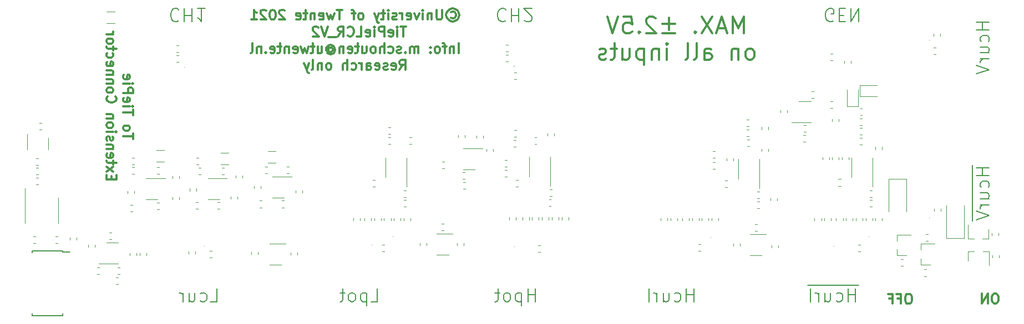
<source format=gbr>
G04 #@! TF.GenerationSoftware,KiCad,Pcbnew,(5.1.5)-3*
G04 #@! TF.CreationDate,2021-03-25T21:43:08+01:00*
G04 #@! TF.ProjectId,tiepieLCR,74696570-6965-44c4-9352-2e6b69636164,rev?*
G04 #@! TF.SameCoordinates,Original*
G04 #@! TF.FileFunction,Legend,Bot*
G04 #@! TF.FilePolarity,Positive*
%FSLAX46Y46*%
G04 Gerber Fmt 4.6, Leading zero omitted, Abs format (unit mm)*
G04 Created by KiCad (PCBNEW (5.1.5)-3) date 2021-03-25 21:43:08*
%MOMM*%
%LPD*%
G04 APERTURE LIST*
%ADD10C,0.300000*%
%ADD11C,0.150000*%
%ADD12C,0.120000*%
%ADD13C,0.100000*%
G04 APERTURE END LIST*
D10*
X99938095Y-5855952D02*
X99938095Y-3355952D01*
X99104761Y-5141666D01*
X98271428Y-3355952D01*
X98271428Y-5855952D01*
X97200000Y-5141666D02*
X96009523Y-5141666D01*
X97438095Y-5855952D02*
X96604761Y-3355952D01*
X95771428Y-5855952D01*
X95176190Y-3355952D02*
X93509523Y-5855952D01*
X93509523Y-3355952D02*
X95176190Y-5855952D01*
X92557142Y-5617857D02*
X92438095Y-5736904D01*
X92557142Y-5855952D01*
X92676190Y-5736904D01*
X92557142Y-5617857D01*
X92557142Y-5855952D01*
X89461904Y-4427380D02*
X87557142Y-4427380D01*
X88509523Y-5379761D02*
X88509523Y-3475000D01*
X87557142Y-5855952D02*
X89461904Y-5855952D01*
X86485714Y-3594047D02*
X86366666Y-3475000D01*
X86128571Y-3355952D01*
X85533333Y-3355952D01*
X85295238Y-3475000D01*
X85176190Y-3594047D01*
X85057142Y-3832142D01*
X85057142Y-4070238D01*
X85176190Y-4427380D01*
X86604761Y-5855952D01*
X85057142Y-5855952D01*
X83985714Y-5617857D02*
X83866666Y-5736904D01*
X83985714Y-5855952D01*
X84104761Y-5736904D01*
X83985714Y-5617857D01*
X83985714Y-5855952D01*
X81604761Y-3355952D02*
X82795238Y-3355952D01*
X82914285Y-4546428D01*
X82795238Y-4427380D01*
X82557142Y-4308333D01*
X81961904Y-4308333D01*
X81723809Y-4427380D01*
X81604761Y-4546428D01*
X81485714Y-4784523D01*
X81485714Y-5379761D01*
X81604761Y-5617857D01*
X81723809Y-5736904D01*
X81961904Y-5855952D01*
X82557142Y-5855952D01*
X82795238Y-5736904D01*
X82914285Y-5617857D01*
X80771428Y-3355952D02*
X79938095Y-5855952D01*
X79104761Y-3355952D01*
X101069047Y-9905952D02*
X101307142Y-9786904D01*
X101426190Y-9667857D01*
X101545238Y-9429761D01*
X101545238Y-8715476D01*
X101426190Y-8477380D01*
X101307142Y-8358333D01*
X101069047Y-8239285D01*
X100711904Y-8239285D01*
X100473809Y-8358333D01*
X100354761Y-8477380D01*
X100235714Y-8715476D01*
X100235714Y-9429761D01*
X100354761Y-9667857D01*
X100473809Y-9786904D01*
X100711904Y-9905952D01*
X101069047Y-9905952D01*
X99164285Y-8239285D02*
X99164285Y-9905952D01*
X99164285Y-8477380D02*
X99045238Y-8358333D01*
X98807142Y-8239285D01*
X98450000Y-8239285D01*
X98211904Y-8358333D01*
X98092857Y-8596428D01*
X98092857Y-9905952D01*
X93926190Y-9905952D02*
X93926190Y-8596428D01*
X94045238Y-8358333D01*
X94283333Y-8239285D01*
X94759523Y-8239285D01*
X94997619Y-8358333D01*
X93926190Y-9786904D02*
X94164285Y-9905952D01*
X94759523Y-9905952D01*
X94997619Y-9786904D01*
X95116666Y-9548809D01*
X95116666Y-9310714D01*
X94997619Y-9072619D01*
X94759523Y-8953571D01*
X94164285Y-8953571D01*
X93926190Y-8834523D01*
X92378571Y-9905952D02*
X92616666Y-9786904D01*
X92735714Y-9548809D01*
X92735714Y-7405952D01*
X91069047Y-9905952D02*
X91307142Y-9786904D01*
X91426190Y-9548809D01*
X91426190Y-7405952D01*
X88211904Y-9905952D02*
X88211904Y-8239285D01*
X88211904Y-7405952D02*
X88330952Y-7525000D01*
X88211904Y-7644047D01*
X88092857Y-7525000D01*
X88211904Y-7405952D01*
X88211904Y-7644047D01*
X87021428Y-8239285D02*
X87021428Y-9905952D01*
X87021428Y-8477380D02*
X86902380Y-8358333D01*
X86664285Y-8239285D01*
X86307142Y-8239285D01*
X86069047Y-8358333D01*
X85950000Y-8596428D01*
X85950000Y-9905952D01*
X84759523Y-8239285D02*
X84759523Y-10739285D01*
X84759523Y-8358333D02*
X84521428Y-8239285D01*
X84045238Y-8239285D01*
X83807142Y-8358333D01*
X83688095Y-8477380D01*
X83569047Y-8715476D01*
X83569047Y-9429761D01*
X83688095Y-9667857D01*
X83807142Y-9786904D01*
X84045238Y-9905952D01*
X84521428Y-9905952D01*
X84759523Y-9786904D01*
X81426190Y-8239285D02*
X81426190Y-9905952D01*
X82497619Y-8239285D02*
X82497619Y-9548809D01*
X82378571Y-9786904D01*
X82140476Y-9905952D01*
X81783333Y-9905952D01*
X81545238Y-9786904D01*
X81426190Y-9667857D01*
X80592857Y-8239285D02*
X79640476Y-8239285D01*
X80235714Y-7405952D02*
X80235714Y-9548809D01*
X80116666Y-9786904D01*
X79878571Y-9905952D01*
X79640476Y-9905952D01*
X78926190Y-9786904D02*
X78688095Y-9905952D01*
X78211904Y-9905952D01*
X77973809Y-9786904D01*
X77854761Y-9548809D01*
X77854761Y-9429761D01*
X77973809Y-9191666D01*
X78211904Y-9072619D01*
X78569047Y-9072619D01*
X78807142Y-8953571D01*
X78926190Y-8715476D01*
X78926190Y-8596428D01*
X78807142Y-8358333D01*
X78569047Y-8239285D01*
X78211904Y-8239285D01*
X77973809Y-8358333D01*
X55257142Y-2660714D02*
X55400000Y-2589285D01*
X55685714Y-2589285D01*
X55828571Y-2660714D01*
X55971428Y-2803571D01*
X56042857Y-2946428D01*
X56042857Y-3232142D01*
X55971428Y-3375000D01*
X55828571Y-3517857D01*
X55685714Y-3589285D01*
X55400000Y-3589285D01*
X55257142Y-3517857D01*
X55542857Y-2089285D02*
X55900000Y-2160714D01*
X56257142Y-2375000D01*
X56471428Y-2732142D01*
X56542857Y-3089285D01*
X56471428Y-3446428D01*
X56257142Y-3803571D01*
X55900000Y-4017857D01*
X55542857Y-4089285D01*
X55185714Y-4017857D01*
X54828571Y-3803571D01*
X54614285Y-3446428D01*
X54542857Y-3089285D01*
X54614285Y-2732142D01*
X54828571Y-2375000D01*
X55185714Y-2160714D01*
X55542857Y-2089285D01*
X53900000Y-2303571D02*
X53900000Y-3517857D01*
X53828571Y-3660714D01*
X53757142Y-3732142D01*
X53614285Y-3803571D01*
X53328571Y-3803571D01*
X53185714Y-3732142D01*
X53114285Y-3660714D01*
X53042857Y-3517857D01*
X53042857Y-2303571D01*
X52328571Y-2803571D02*
X52328571Y-3803571D01*
X52328571Y-2946428D02*
X52257142Y-2875000D01*
X52114285Y-2803571D01*
X51900000Y-2803571D01*
X51757142Y-2875000D01*
X51685714Y-3017857D01*
X51685714Y-3803571D01*
X50971428Y-3803571D02*
X50971428Y-2803571D01*
X50971428Y-2303571D02*
X51042857Y-2375000D01*
X50971428Y-2446428D01*
X50900000Y-2375000D01*
X50971428Y-2303571D01*
X50971428Y-2446428D01*
X50400000Y-2803571D02*
X50042857Y-3803571D01*
X49685714Y-2803571D01*
X48542857Y-3732142D02*
X48685714Y-3803571D01*
X48971428Y-3803571D01*
X49114285Y-3732142D01*
X49185714Y-3589285D01*
X49185714Y-3017857D01*
X49114285Y-2875000D01*
X48971428Y-2803571D01*
X48685714Y-2803571D01*
X48542857Y-2875000D01*
X48471428Y-3017857D01*
X48471428Y-3160714D01*
X49185714Y-3303571D01*
X47828571Y-3803571D02*
X47828571Y-2803571D01*
X47828571Y-3089285D02*
X47757142Y-2946428D01*
X47685714Y-2875000D01*
X47542857Y-2803571D01*
X47400000Y-2803571D01*
X46971428Y-3732142D02*
X46828571Y-3803571D01*
X46542857Y-3803571D01*
X46400000Y-3732142D01*
X46328571Y-3589285D01*
X46328571Y-3517857D01*
X46400000Y-3375000D01*
X46542857Y-3303571D01*
X46757142Y-3303571D01*
X46900000Y-3232142D01*
X46971428Y-3089285D01*
X46971428Y-3017857D01*
X46900000Y-2875000D01*
X46757142Y-2803571D01*
X46542857Y-2803571D01*
X46400000Y-2875000D01*
X45685714Y-3803571D02*
X45685714Y-2803571D01*
X45685714Y-2303571D02*
X45757142Y-2375000D01*
X45685714Y-2446428D01*
X45614285Y-2375000D01*
X45685714Y-2303571D01*
X45685714Y-2446428D01*
X45185714Y-2803571D02*
X44614285Y-2803571D01*
X44971428Y-2303571D02*
X44971428Y-3589285D01*
X44900000Y-3732142D01*
X44757142Y-3803571D01*
X44614285Y-3803571D01*
X44257142Y-2803571D02*
X43900000Y-3803571D01*
X43542857Y-2803571D02*
X43900000Y-3803571D01*
X44042857Y-4160714D01*
X44114285Y-4232142D01*
X44257142Y-4303571D01*
X41614285Y-3803571D02*
X41757142Y-3732142D01*
X41828571Y-3660714D01*
X41900000Y-3517857D01*
X41900000Y-3089285D01*
X41828571Y-2946428D01*
X41757142Y-2875000D01*
X41614285Y-2803571D01*
X41400000Y-2803571D01*
X41257142Y-2875000D01*
X41185714Y-2946428D01*
X41114285Y-3089285D01*
X41114285Y-3517857D01*
X41185714Y-3660714D01*
X41257142Y-3732142D01*
X41400000Y-3803571D01*
X41614285Y-3803571D01*
X40685714Y-2803571D02*
X40114285Y-2803571D01*
X40471428Y-3803571D02*
X40471428Y-2517857D01*
X40400000Y-2375000D01*
X40257142Y-2303571D01*
X40114285Y-2303571D01*
X38685714Y-2303571D02*
X37828571Y-2303571D01*
X38257142Y-3803571D02*
X38257142Y-2303571D01*
X37471428Y-2803571D02*
X37185714Y-3803571D01*
X36900000Y-3089285D01*
X36614285Y-3803571D01*
X36328571Y-2803571D01*
X35185714Y-3732142D02*
X35328571Y-3803571D01*
X35614285Y-3803571D01*
X35757142Y-3732142D01*
X35828571Y-3589285D01*
X35828571Y-3017857D01*
X35757142Y-2875000D01*
X35614285Y-2803571D01*
X35328571Y-2803571D01*
X35185714Y-2875000D01*
X35114285Y-3017857D01*
X35114285Y-3160714D01*
X35828571Y-3303571D01*
X34471428Y-2803571D02*
X34471428Y-3803571D01*
X34471428Y-2946428D02*
X34400000Y-2875000D01*
X34257142Y-2803571D01*
X34042857Y-2803571D01*
X33900000Y-2875000D01*
X33828571Y-3017857D01*
X33828571Y-3803571D01*
X33328571Y-2803571D02*
X32757142Y-2803571D01*
X33114285Y-2303571D02*
X33114285Y-3589285D01*
X33042857Y-3732142D01*
X32900000Y-3803571D01*
X32757142Y-3803571D01*
X31685714Y-3732142D02*
X31828571Y-3803571D01*
X32114285Y-3803571D01*
X32257142Y-3732142D01*
X32328571Y-3589285D01*
X32328571Y-3017857D01*
X32257142Y-2875000D01*
X32114285Y-2803571D01*
X31828571Y-2803571D01*
X31685714Y-2875000D01*
X31614285Y-3017857D01*
X31614285Y-3160714D01*
X32328571Y-3303571D01*
X29900000Y-2446428D02*
X29828571Y-2375000D01*
X29685714Y-2303571D01*
X29328571Y-2303571D01*
X29185714Y-2375000D01*
X29114285Y-2446428D01*
X29042857Y-2589285D01*
X29042857Y-2732142D01*
X29114285Y-2946428D01*
X29971428Y-3803571D01*
X29042857Y-3803571D01*
X28114285Y-2303571D02*
X27971428Y-2303571D01*
X27828571Y-2375000D01*
X27757142Y-2446428D01*
X27685714Y-2589285D01*
X27614285Y-2875000D01*
X27614285Y-3232142D01*
X27685714Y-3517857D01*
X27757142Y-3660714D01*
X27828571Y-3732142D01*
X27971428Y-3803571D01*
X28114285Y-3803571D01*
X28257142Y-3732142D01*
X28328571Y-3660714D01*
X28400000Y-3517857D01*
X28471428Y-3232142D01*
X28471428Y-2875000D01*
X28400000Y-2589285D01*
X28328571Y-2446428D01*
X28257142Y-2375000D01*
X28114285Y-2303571D01*
X27042857Y-2446428D02*
X26971428Y-2375000D01*
X26828571Y-2303571D01*
X26471428Y-2303571D01*
X26328571Y-2375000D01*
X26257142Y-2446428D01*
X26185714Y-2589285D01*
X26185714Y-2732142D01*
X26257142Y-2946428D01*
X27114285Y-3803571D01*
X26185714Y-3803571D01*
X24757142Y-3803571D02*
X25614285Y-3803571D01*
X25185714Y-3803571D02*
X25185714Y-2303571D01*
X25328571Y-2517857D01*
X25471428Y-2660714D01*
X25614285Y-2732142D01*
X48435714Y-4853571D02*
X47578571Y-4853571D01*
X48007142Y-6353571D02*
X48007142Y-4853571D01*
X47078571Y-6353571D02*
X47078571Y-5353571D01*
X47078571Y-4853571D02*
X47150000Y-4925000D01*
X47078571Y-4996428D01*
X47007142Y-4925000D01*
X47078571Y-4853571D01*
X47078571Y-4996428D01*
X45792857Y-6282142D02*
X45935714Y-6353571D01*
X46221428Y-6353571D01*
X46364285Y-6282142D01*
X46435714Y-6139285D01*
X46435714Y-5567857D01*
X46364285Y-5425000D01*
X46221428Y-5353571D01*
X45935714Y-5353571D01*
X45792857Y-5425000D01*
X45721428Y-5567857D01*
X45721428Y-5710714D01*
X46435714Y-5853571D01*
X45078571Y-6353571D02*
X45078571Y-4853571D01*
X44507142Y-4853571D01*
X44364285Y-4925000D01*
X44292857Y-4996428D01*
X44221428Y-5139285D01*
X44221428Y-5353571D01*
X44292857Y-5496428D01*
X44364285Y-5567857D01*
X44507142Y-5639285D01*
X45078571Y-5639285D01*
X43578571Y-6353571D02*
X43578571Y-5353571D01*
X43578571Y-4853571D02*
X43650000Y-4925000D01*
X43578571Y-4996428D01*
X43507142Y-4925000D01*
X43578571Y-4853571D01*
X43578571Y-4996428D01*
X42292857Y-6282142D02*
X42435714Y-6353571D01*
X42721428Y-6353571D01*
X42864285Y-6282142D01*
X42935714Y-6139285D01*
X42935714Y-5567857D01*
X42864285Y-5425000D01*
X42721428Y-5353571D01*
X42435714Y-5353571D01*
X42292857Y-5425000D01*
X42221428Y-5567857D01*
X42221428Y-5710714D01*
X42935714Y-5853571D01*
X40864285Y-6353571D02*
X41578571Y-6353571D01*
X41578571Y-4853571D01*
X39507142Y-6210714D02*
X39578571Y-6282142D01*
X39792857Y-6353571D01*
X39935714Y-6353571D01*
X40150000Y-6282142D01*
X40292857Y-6139285D01*
X40364285Y-5996428D01*
X40435714Y-5710714D01*
X40435714Y-5496428D01*
X40364285Y-5210714D01*
X40292857Y-5067857D01*
X40150000Y-4925000D01*
X39935714Y-4853571D01*
X39792857Y-4853571D01*
X39578571Y-4925000D01*
X39507142Y-4996428D01*
X38007142Y-6353571D02*
X38507142Y-5639285D01*
X38864285Y-6353571D02*
X38864285Y-4853571D01*
X38292857Y-4853571D01*
X38150000Y-4925000D01*
X38078571Y-4996428D01*
X38007142Y-5139285D01*
X38007142Y-5353571D01*
X38078571Y-5496428D01*
X38150000Y-5567857D01*
X38292857Y-5639285D01*
X38864285Y-5639285D01*
X37721428Y-6496428D02*
X36578571Y-6496428D01*
X36435714Y-4853571D02*
X35935714Y-6353571D01*
X35435714Y-4853571D01*
X35007142Y-4996428D02*
X34935714Y-4925000D01*
X34792857Y-4853571D01*
X34435714Y-4853571D01*
X34292857Y-4925000D01*
X34221428Y-4996428D01*
X34150000Y-5139285D01*
X34150000Y-5282142D01*
X34221428Y-5496428D01*
X35078571Y-6353571D01*
X34150000Y-6353571D01*
X56435714Y-8903571D02*
X56435714Y-7403571D01*
X55721428Y-7903571D02*
X55721428Y-8903571D01*
X55721428Y-8046428D02*
X55650000Y-7975000D01*
X55507142Y-7903571D01*
X55292857Y-7903571D01*
X55150000Y-7975000D01*
X55078571Y-8117857D01*
X55078571Y-8903571D01*
X54578571Y-7903571D02*
X54007142Y-7903571D01*
X54364285Y-8903571D02*
X54364285Y-7617857D01*
X54292857Y-7475000D01*
X54150000Y-7403571D01*
X54007142Y-7403571D01*
X53292857Y-8903571D02*
X53435714Y-8832142D01*
X53507142Y-8760714D01*
X53578571Y-8617857D01*
X53578571Y-8189285D01*
X53507142Y-8046428D01*
X53435714Y-7975000D01*
X53292857Y-7903571D01*
X53078571Y-7903571D01*
X52935714Y-7975000D01*
X52864285Y-8046428D01*
X52792857Y-8189285D01*
X52792857Y-8617857D01*
X52864285Y-8760714D01*
X52935714Y-8832142D01*
X53078571Y-8903571D01*
X53292857Y-8903571D01*
X52150000Y-8760714D02*
X52078571Y-8832142D01*
X52150000Y-8903571D01*
X52221428Y-8832142D01*
X52150000Y-8760714D01*
X52150000Y-8903571D01*
X52150000Y-7975000D02*
X52078571Y-8046428D01*
X52150000Y-8117857D01*
X52221428Y-8046428D01*
X52150000Y-7975000D01*
X52150000Y-8117857D01*
X50292857Y-8903571D02*
X50292857Y-7903571D01*
X50292857Y-8046428D02*
X50221428Y-7975000D01*
X50078571Y-7903571D01*
X49864285Y-7903571D01*
X49721428Y-7975000D01*
X49650000Y-8117857D01*
X49650000Y-8903571D01*
X49650000Y-8117857D02*
X49578571Y-7975000D01*
X49435714Y-7903571D01*
X49221428Y-7903571D01*
X49078571Y-7975000D01*
X49007142Y-8117857D01*
X49007142Y-8903571D01*
X48292857Y-8760714D02*
X48221428Y-8832142D01*
X48292857Y-8903571D01*
X48364285Y-8832142D01*
X48292857Y-8760714D01*
X48292857Y-8903571D01*
X47650000Y-8832142D02*
X47507142Y-8903571D01*
X47221428Y-8903571D01*
X47078571Y-8832142D01*
X47007142Y-8689285D01*
X47007142Y-8617857D01*
X47078571Y-8475000D01*
X47221428Y-8403571D01*
X47435714Y-8403571D01*
X47578571Y-8332142D01*
X47650000Y-8189285D01*
X47650000Y-8117857D01*
X47578571Y-7975000D01*
X47435714Y-7903571D01*
X47221428Y-7903571D01*
X47078571Y-7975000D01*
X45721428Y-8832142D02*
X45864285Y-8903571D01*
X46150000Y-8903571D01*
X46292857Y-8832142D01*
X46364285Y-8760714D01*
X46435714Y-8617857D01*
X46435714Y-8189285D01*
X46364285Y-8046428D01*
X46292857Y-7975000D01*
X46150000Y-7903571D01*
X45864285Y-7903571D01*
X45721428Y-7975000D01*
X45078571Y-8903571D02*
X45078571Y-7403571D01*
X44435714Y-8903571D02*
X44435714Y-8117857D01*
X44507142Y-7975000D01*
X44650000Y-7903571D01*
X44864285Y-7903571D01*
X45007142Y-7975000D01*
X45078571Y-8046428D01*
X43507142Y-8903571D02*
X43650000Y-8832142D01*
X43721428Y-8760714D01*
X43792857Y-8617857D01*
X43792857Y-8189285D01*
X43721428Y-8046428D01*
X43650000Y-7975000D01*
X43507142Y-7903571D01*
X43292857Y-7903571D01*
X43150000Y-7975000D01*
X43078571Y-8046428D01*
X43007142Y-8189285D01*
X43007142Y-8617857D01*
X43078571Y-8760714D01*
X43150000Y-8832142D01*
X43292857Y-8903571D01*
X43507142Y-8903571D01*
X41721428Y-7903571D02*
X41721428Y-8903571D01*
X42364285Y-7903571D02*
X42364285Y-8689285D01*
X42292857Y-8832142D01*
X42150000Y-8903571D01*
X41935714Y-8903571D01*
X41792857Y-8832142D01*
X41721428Y-8760714D01*
X41221428Y-7903571D02*
X40650000Y-7903571D01*
X41007142Y-7403571D02*
X41007142Y-8689285D01*
X40935714Y-8832142D01*
X40792857Y-8903571D01*
X40650000Y-8903571D01*
X39578571Y-8832142D02*
X39721428Y-8903571D01*
X40007142Y-8903571D01*
X40150000Y-8832142D01*
X40221428Y-8689285D01*
X40221428Y-8117857D01*
X40150000Y-7975000D01*
X40007142Y-7903571D01*
X39721428Y-7903571D01*
X39578571Y-7975000D01*
X39507142Y-8117857D01*
X39507142Y-8260714D01*
X40221428Y-8403571D01*
X38864285Y-7903571D02*
X38864285Y-8903571D01*
X38864285Y-8046428D02*
X38792857Y-7975000D01*
X38650000Y-7903571D01*
X38435714Y-7903571D01*
X38292857Y-7975000D01*
X38221428Y-8117857D01*
X38221428Y-8903571D01*
X36578571Y-8189285D02*
X36650000Y-8117857D01*
X36792857Y-8046428D01*
X36935714Y-8046428D01*
X37078571Y-8117857D01*
X37150000Y-8189285D01*
X37221428Y-8332142D01*
X37221428Y-8475000D01*
X37150000Y-8617857D01*
X37078571Y-8689285D01*
X36935714Y-8760714D01*
X36792857Y-8760714D01*
X36650000Y-8689285D01*
X36578571Y-8617857D01*
X36578571Y-8046428D02*
X36578571Y-8617857D01*
X36507142Y-8689285D01*
X36435714Y-8689285D01*
X36292857Y-8617857D01*
X36221428Y-8475000D01*
X36221428Y-8117857D01*
X36364285Y-7903571D01*
X36578571Y-7760714D01*
X36864285Y-7689285D01*
X37150000Y-7760714D01*
X37364285Y-7903571D01*
X37507142Y-8117857D01*
X37578571Y-8403571D01*
X37507142Y-8689285D01*
X37364285Y-8903571D01*
X37150000Y-9046428D01*
X36864285Y-9117857D01*
X36578571Y-9046428D01*
X36364285Y-8903571D01*
X34935714Y-7903571D02*
X34935714Y-8903571D01*
X35578571Y-7903571D02*
X35578571Y-8689285D01*
X35507142Y-8832142D01*
X35364285Y-8903571D01*
X35150000Y-8903571D01*
X35007142Y-8832142D01*
X34935714Y-8760714D01*
X34435714Y-7903571D02*
X33864285Y-7903571D01*
X34221428Y-7403571D02*
X34221428Y-8689285D01*
X34150000Y-8832142D01*
X34007142Y-8903571D01*
X33864285Y-8903571D01*
X33507142Y-7903571D02*
X33221428Y-8903571D01*
X32935714Y-8189285D01*
X32650000Y-8903571D01*
X32364285Y-7903571D01*
X31221428Y-8832142D02*
X31364285Y-8903571D01*
X31650000Y-8903571D01*
X31792857Y-8832142D01*
X31864285Y-8689285D01*
X31864285Y-8117857D01*
X31792857Y-7975000D01*
X31650000Y-7903571D01*
X31364285Y-7903571D01*
X31221428Y-7975000D01*
X31150000Y-8117857D01*
X31150000Y-8260714D01*
X31864285Y-8403571D01*
X30507142Y-7903571D02*
X30507142Y-8903571D01*
X30507142Y-8046428D02*
X30435714Y-7975000D01*
X30292857Y-7903571D01*
X30078571Y-7903571D01*
X29935714Y-7975000D01*
X29864285Y-8117857D01*
X29864285Y-8903571D01*
X29364285Y-7903571D02*
X28792857Y-7903571D01*
X29150000Y-7403571D02*
X29150000Y-8689285D01*
X29078571Y-8832142D01*
X28935714Y-8903571D01*
X28792857Y-8903571D01*
X27721428Y-8832142D02*
X27864285Y-8903571D01*
X28150000Y-8903571D01*
X28292857Y-8832142D01*
X28364285Y-8689285D01*
X28364285Y-8117857D01*
X28292857Y-7975000D01*
X28150000Y-7903571D01*
X27864285Y-7903571D01*
X27721428Y-7975000D01*
X27650000Y-8117857D01*
X27650000Y-8260714D01*
X28364285Y-8403571D01*
X27007142Y-8760714D02*
X26935714Y-8832142D01*
X27007142Y-8903571D01*
X27078571Y-8832142D01*
X27007142Y-8760714D01*
X27007142Y-8903571D01*
X26292857Y-7903571D02*
X26292857Y-8903571D01*
X26292857Y-8046428D02*
X26221428Y-7975000D01*
X26078571Y-7903571D01*
X25864285Y-7903571D01*
X25721428Y-7975000D01*
X25650000Y-8117857D01*
X25650000Y-8903571D01*
X24721428Y-8903571D02*
X24864285Y-8832142D01*
X24935714Y-8689285D01*
X24935714Y-7403571D01*
X47435714Y-11453571D02*
X47935714Y-10739285D01*
X48292857Y-11453571D02*
X48292857Y-9953571D01*
X47721428Y-9953571D01*
X47578571Y-10025000D01*
X47507142Y-10096428D01*
X47435714Y-10239285D01*
X47435714Y-10453571D01*
X47507142Y-10596428D01*
X47578571Y-10667857D01*
X47721428Y-10739285D01*
X48292857Y-10739285D01*
X46221428Y-11382142D02*
X46364285Y-11453571D01*
X46650000Y-11453571D01*
X46792857Y-11382142D01*
X46864285Y-11239285D01*
X46864285Y-10667857D01*
X46792857Y-10525000D01*
X46650000Y-10453571D01*
X46364285Y-10453571D01*
X46221428Y-10525000D01*
X46150000Y-10667857D01*
X46150000Y-10810714D01*
X46864285Y-10953571D01*
X45578571Y-11382142D02*
X45435714Y-11453571D01*
X45150000Y-11453571D01*
X45007142Y-11382142D01*
X44935714Y-11239285D01*
X44935714Y-11167857D01*
X45007142Y-11025000D01*
X45150000Y-10953571D01*
X45364285Y-10953571D01*
X45507142Y-10882142D01*
X45578571Y-10739285D01*
X45578571Y-10667857D01*
X45507142Y-10525000D01*
X45364285Y-10453571D01*
X45150000Y-10453571D01*
X45007142Y-10525000D01*
X43721428Y-11382142D02*
X43864285Y-11453571D01*
X44150000Y-11453571D01*
X44292857Y-11382142D01*
X44364285Y-11239285D01*
X44364285Y-10667857D01*
X44292857Y-10525000D01*
X44150000Y-10453571D01*
X43864285Y-10453571D01*
X43721428Y-10525000D01*
X43650000Y-10667857D01*
X43650000Y-10810714D01*
X44364285Y-10953571D01*
X42364285Y-11453571D02*
X42364285Y-10667857D01*
X42435714Y-10525000D01*
X42578571Y-10453571D01*
X42864285Y-10453571D01*
X43007142Y-10525000D01*
X42364285Y-11382142D02*
X42507142Y-11453571D01*
X42864285Y-11453571D01*
X43007142Y-11382142D01*
X43078571Y-11239285D01*
X43078571Y-11096428D01*
X43007142Y-10953571D01*
X42864285Y-10882142D01*
X42507142Y-10882142D01*
X42364285Y-10810714D01*
X41650000Y-11453571D02*
X41650000Y-10453571D01*
X41650000Y-10739285D02*
X41578571Y-10596428D01*
X41507142Y-10525000D01*
X41364285Y-10453571D01*
X41221428Y-10453571D01*
X40078571Y-11382142D02*
X40221428Y-11453571D01*
X40507142Y-11453571D01*
X40650000Y-11382142D01*
X40721428Y-11310714D01*
X40792857Y-11167857D01*
X40792857Y-10739285D01*
X40721428Y-10596428D01*
X40650000Y-10525000D01*
X40507142Y-10453571D01*
X40221428Y-10453571D01*
X40078571Y-10525000D01*
X39435714Y-11453571D02*
X39435714Y-9953571D01*
X38792857Y-11453571D02*
X38792857Y-10667857D01*
X38864285Y-10525000D01*
X39007142Y-10453571D01*
X39221428Y-10453571D01*
X39364285Y-10525000D01*
X39435714Y-10596428D01*
X36721428Y-11453571D02*
X36864285Y-11382142D01*
X36935714Y-11310714D01*
X37007142Y-11167857D01*
X37007142Y-10739285D01*
X36935714Y-10596428D01*
X36864285Y-10525000D01*
X36721428Y-10453571D01*
X36507142Y-10453571D01*
X36364285Y-10525000D01*
X36292857Y-10596428D01*
X36221428Y-10739285D01*
X36221428Y-11167857D01*
X36292857Y-11310714D01*
X36364285Y-11382142D01*
X36507142Y-11453571D01*
X36721428Y-11453571D01*
X35578571Y-10453571D02*
X35578571Y-11453571D01*
X35578571Y-10596428D02*
X35507142Y-10525000D01*
X35364285Y-10453571D01*
X35150000Y-10453571D01*
X35007142Y-10525000D01*
X34935714Y-10667857D01*
X34935714Y-11453571D01*
X34007142Y-11453571D02*
X34150000Y-11382142D01*
X34221428Y-11239285D01*
X34221428Y-9953571D01*
X33578571Y-10453571D02*
X33221428Y-11453571D01*
X32864285Y-10453571D02*
X33221428Y-11453571D01*
X33364285Y-11810714D01*
X33435714Y-11882142D01*
X33578571Y-11953571D01*
X6746428Y-22050000D02*
X6746428Y-21192857D01*
X5246428Y-21621428D02*
X6746428Y-21621428D01*
X5246428Y-20478571D02*
X5317857Y-20621428D01*
X5389285Y-20692857D01*
X5532142Y-20764285D01*
X5960714Y-20764285D01*
X6103571Y-20692857D01*
X6174999Y-20621428D01*
X6246428Y-20478571D01*
X6246428Y-20264285D01*
X6174999Y-20121428D01*
X6103571Y-20050000D01*
X5960714Y-19978571D01*
X5532142Y-19978571D01*
X5389285Y-20050000D01*
X5317857Y-20121428D01*
X5246428Y-20264285D01*
X5246428Y-20478571D01*
X6746428Y-18407142D02*
X6746428Y-17550000D01*
X5246428Y-17978571D02*
X6746428Y-17978571D01*
X5246428Y-17050000D02*
X6246428Y-17050000D01*
X6746428Y-17050000D02*
X6675000Y-17121428D01*
X6603571Y-17050000D01*
X6675000Y-16978571D01*
X6746428Y-17050000D01*
X6603571Y-17050000D01*
X5317857Y-15764285D02*
X5246428Y-15907142D01*
X5246428Y-16192857D01*
X5317857Y-16335714D01*
X5460714Y-16407142D01*
X6032142Y-16407142D01*
X6175000Y-16335714D01*
X6246428Y-16192857D01*
X6246428Y-15907142D01*
X6175000Y-15764285D01*
X6032142Y-15692857D01*
X5889285Y-15692857D01*
X5746428Y-16407142D01*
X5246428Y-15049999D02*
X6746428Y-15050000D01*
X6746428Y-14478571D01*
X6675000Y-14335714D01*
X6603571Y-14264285D01*
X6460714Y-14192857D01*
X6246428Y-14192857D01*
X6103571Y-14264285D01*
X6032142Y-14335714D01*
X5960714Y-14478571D01*
X5960714Y-15050000D01*
X5246428Y-13550000D02*
X6246428Y-13550000D01*
X6746428Y-13550000D02*
X6675000Y-13621428D01*
X6603571Y-13550000D01*
X6675000Y-13478571D01*
X6746428Y-13550000D01*
X6603571Y-13550000D01*
X5317857Y-12264285D02*
X5246428Y-12407142D01*
X5246428Y-12692857D01*
X5317857Y-12835714D01*
X5460714Y-12907142D01*
X6032142Y-12907142D01*
X6175000Y-12835714D01*
X6246428Y-12692857D01*
X6246428Y-12407142D01*
X6175000Y-12264285D01*
X6032142Y-12192857D01*
X5889285Y-12192857D01*
X5746428Y-12907142D01*
X3482142Y-28264285D02*
X3482142Y-27764285D01*
X2696428Y-27550000D02*
X2696428Y-28264285D01*
X4196428Y-28264285D01*
X4196428Y-27550000D01*
X2696428Y-27050000D02*
X3696428Y-26264285D01*
X3696428Y-27050000D02*
X2696428Y-26264285D01*
X3696428Y-25907142D02*
X3696428Y-25335714D01*
X4196428Y-25692857D02*
X2910714Y-25692857D01*
X2767857Y-25621428D01*
X2696428Y-25478571D01*
X2696428Y-25335714D01*
X2767857Y-24264285D02*
X2696428Y-24407142D01*
X2696428Y-24692857D01*
X2767857Y-24835714D01*
X2910714Y-24907142D01*
X3482142Y-24907142D01*
X3624999Y-24835714D01*
X3696428Y-24692857D01*
X3696428Y-24407142D01*
X3624999Y-24264285D01*
X3482142Y-24192857D01*
X3339285Y-24192857D01*
X3196428Y-24907142D01*
X3696428Y-23550000D02*
X2696428Y-23550000D01*
X3553571Y-23550000D02*
X3624999Y-23478571D01*
X3696428Y-23335714D01*
X3696428Y-23121428D01*
X3624999Y-22978571D01*
X3482142Y-22907142D01*
X2696428Y-22907142D01*
X2767857Y-22264285D02*
X2696428Y-22121428D01*
X2696428Y-21835714D01*
X2767857Y-21692857D01*
X2910714Y-21621428D01*
X2982142Y-21621428D01*
X3124999Y-21692857D01*
X3196428Y-21835714D01*
X3196428Y-22050000D01*
X3267857Y-22192857D01*
X3410714Y-22264285D01*
X3482142Y-22264285D01*
X3624999Y-22192857D01*
X3696428Y-22050000D01*
X3696428Y-21835714D01*
X3624999Y-21692857D01*
X2696428Y-20978571D02*
X3696428Y-20978571D01*
X4196428Y-20978571D02*
X4124999Y-21050000D01*
X4053571Y-20978571D01*
X4124999Y-20907142D01*
X4196428Y-20978571D01*
X4053571Y-20978571D01*
X2696428Y-20050000D02*
X2767857Y-20192857D01*
X2839285Y-20264285D01*
X2982142Y-20335714D01*
X3410714Y-20335714D01*
X3553571Y-20264285D01*
X3624999Y-20192857D01*
X3696428Y-20050000D01*
X3696428Y-19835714D01*
X3624999Y-19692857D01*
X3553571Y-19621428D01*
X3410714Y-19550000D01*
X2982142Y-19550000D01*
X2839285Y-19621428D01*
X2767857Y-19692857D01*
X2696428Y-19835714D01*
X2696428Y-20050000D01*
X3696428Y-18907142D02*
X2696428Y-18907142D01*
X3553571Y-18907142D02*
X3624999Y-18835714D01*
X3696428Y-18692857D01*
X3696428Y-18478571D01*
X3625000Y-18335714D01*
X3482142Y-18264285D01*
X2696428Y-18264285D01*
X2839285Y-15550000D02*
X2767857Y-15621428D01*
X2696428Y-15835714D01*
X2696428Y-15978571D01*
X2767857Y-16192857D01*
X2910714Y-16335714D01*
X3053571Y-16407142D01*
X3339285Y-16478571D01*
X3553571Y-16478571D01*
X3839285Y-16407142D01*
X3982142Y-16335714D01*
X4125000Y-16192857D01*
X4196428Y-15978571D01*
X4196428Y-15835714D01*
X4125000Y-15621428D01*
X4053571Y-15550000D01*
X2696428Y-14692857D02*
X2767857Y-14835714D01*
X2839285Y-14907142D01*
X2982142Y-14978571D01*
X3410714Y-14978571D01*
X3553571Y-14907142D01*
X3625000Y-14835714D01*
X3696428Y-14692857D01*
X3696428Y-14478571D01*
X3625000Y-14335714D01*
X3553571Y-14264285D01*
X3410714Y-14192857D01*
X2982142Y-14192857D01*
X2839285Y-14264285D01*
X2767857Y-14335714D01*
X2696428Y-14478571D01*
X2696428Y-14692857D01*
X3696428Y-13550000D02*
X2696428Y-13550000D01*
X3553571Y-13550000D02*
X3625000Y-13478571D01*
X3696428Y-13335714D01*
X3696428Y-13121428D01*
X3625000Y-12978571D01*
X3482142Y-12907142D01*
X2696428Y-12907142D01*
X3696428Y-12192857D02*
X2696428Y-12192857D01*
X3553571Y-12192857D02*
X3625000Y-12121428D01*
X3696428Y-11978571D01*
X3696428Y-11764285D01*
X3625000Y-11621428D01*
X3482142Y-11550000D01*
X2696428Y-11550000D01*
X2767857Y-10264285D02*
X2696428Y-10407142D01*
X2696428Y-10692857D01*
X2767857Y-10835714D01*
X2910714Y-10907142D01*
X3482142Y-10907142D01*
X3625000Y-10835714D01*
X3696428Y-10692857D01*
X3696428Y-10407142D01*
X3625000Y-10264285D01*
X3482142Y-10192857D01*
X3339285Y-10192857D01*
X3196428Y-10907142D01*
X2767857Y-8907142D02*
X2696428Y-9050000D01*
X2696428Y-9335714D01*
X2767857Y-9478571D01*
X2839285Y-9550000D01*
X2982142Y-9621428D01*
X3410714Y-9621428D01*
X3553571Y-9550000D01*
X3625000Y-9478571D01*
X3696428Y-9335714D01*
X3696428Y-9050000D01*
X3625000Y-8907142D01*
X3696428Y-8478571D02*
X3696428Y-7907142D01*
X4196428Y-8264285D02*
X2910714Y-8264285D01*
X2767857Y-8192857D01*
X2696428Y-8050000D01*
X2696428Y-7907142D01*
X2696428Y-7192857D02*
X2767857Y-7335714D01*
X2839285Y-7407142D01*
X2982142Y-7478571D01*
X3410714Y-7478571D01*
X3553571Y-7407142D01*
X3625000Y-7335714D01*
X3696428Y-7192857D01*
X3696428Y-6978571D01*
X3625000Y-6835714D01*
X3553571Y-6764285D01*
X3410714Y-6692857D01*
X2982142Y-6692857D01*
X2839285Y-6764285D01*
X2767857Y-6835714D01*
X2696428Y-6978571D01*
X2696428Y-7192857D01*
X2696428Y-6050000D02*
X3696428Y-6050000D01*
X3410714Y-6050000D02*
X3553571Y-5978571D01*
X3625000Y-5907142D01*
X3696428Y-5764285D01*
X3696428Y-5621428D01*
X125228571Y-45728571D02*
X124942857Y-45728571D01*
X124800000Y-45800000D01*
X124657142Y-45942857D01*
X124585714Y-46228571D01*
X124585714Y-46728571D01*
X124657142Y-47014285D01*
X124800000Y-47157142D01*
X124942857Y-47228571D01*
X125228571Y-47228571D01*
X125371428Y-47157142D01*
X125514285Y-47014285D01*
X125585714Y-46728571D01*
X125585714Y-46228571D01*
X125514285Y-45942857D01*
X125371428Y-45800000D01*
X125228571Y-45728571D01*
X123442857Y-46442857D02*
X123942857Y-46442857D01*
X123942857Y-47228571D02*
X123942857Y-45728571D01*
X123228571Y-45728571D01*
X122157142Y-46442857D02*
X122657142Y-46442857D01*
X122657142Y-47228571D02*
X122657142Y-45728571D01*
X121942857Y-45728571D01*
X138478571Y-45678571D02*
X138192857Y-45678571D01*
X138050000Y-45750000D01*
X137907142Y-45892857D01*
X137835714Y-46178571D01*
X137835714Y-46678571D01*
X137907142Y-46964285D01*
X138050000Y-47107142D01*
X138192857Y-47178571D01*
X138478571Y-47178571D01*
X138621428Y-47107142D01*
X138764285Y-46964285D01*
X138835714Y-46678571D01*
X138835714Y-46178571D01*
X138764285Y-45892857D01*
X138621428Y-45750000D01*
X138478571Y-45678571D01*
X137192857Y-47178571D02*
X137192857Y-45678571D01*
X136335714Y-47178571D01*
X136335714Y-45678571D01*
D11*
X134865000Y-26014285D02*
X134865000Y-28109523D01*
X137404761Y-26490476D02*
X135404761Y-26490476D01*
X136357142Y-26490476D02*
X136357142Y-27633333D01*
X137404761Y-27633333D02*
X135404761Y-27633333D01*
X134865000Y-28109523D02*
X134865000Y-29823809D01*
X137309523Y-29442857D02*
X137404761Y-29252380D01*
X137404761Y-28871428D01*
X137309523Y-28680952D01*
X137214285Y-28585714D01*
X137023809Y-28490476D01*
X136452380Y-28490476D01*
X136261904Y-28585714D01*
X136166666Y-28680952D01*
X136071428Y-28871428D01*
X136071428Y-29252380D01*
X136166666Y-29442857D01*
X134865000Y-29823809D02*
X134865000Y-31633333D01*
X136071428Y-31157142D02*
X137404761Y-31157142D01*
X136071428Y-30300000D02*
X137119047Y-30300000D01*
X137309523Y-30395238D01*
X137404761Y-30585714D01*
X137404761Y-30871428D01*
X137309523Y-31061904D01*
X137214285Y-31157142D01*
X134865000Y-31633333D02*
X134865000Y-32871428D01*
X137404761Y-32109523D02*
X136071428Y-32109523D01*
X136452380Y-32109523D02*
X136261904Y-32204761D01*
X136166666Y-32300000D01*
X136071428Y-32490476D01*
X136071428Y-32680952D01*
X134865000Y-32871428D02*
X134865000Y-34585714D01*
X135404761Y-33061904D02*
X137404761Y-33728571D01*
X135404761Y-34395238D01*
X137404761Y-4190476D02*
X135404761Y-4190476D01*
X136357142Y-4190476D02*
X136357142Y-5333333D01*
X137404761Y-5333333D02*
X135404761Y-5333333D01*
X137309523Y-7142857D02*
X137404761Y-6952380D01*
X137404761Y-6571428D01*
X137309523Y-6380952D01*
X137214285Y-6285714D01*
X137023809Y-6190476D01*
X136452380Y-6190476D01*
X136261904Y-6285714D01*
X136166666Y-6380952D01*
X136071428Y-6571428D01*
X136071428Y-6952380D01*
X136166666Y-7142857D01*
X136071428Y-8857142D02*
X137404761Y-8857142D01*
X136071428Y-8000000D02*
X137119047Y-8000000D01*
X137309523Y-8095238D01*
X137404761Y-8285714D01*
X137404761Y-8571428D01*
X137309523Y-8761904D01*
X137214285Y-8857142D01*
X137404761Y-9809523D02*
X136071428Y-9809523D01*
X136452380Y-9809523D02*
X136261904Y-9904761D01*
X136166666Y-10000000D01*
X136071428Y-10190476D01*
X136071428Y-10380952D01*
X135404761Y-10761904D02*
X137404761Y-11428571D01*
X135404761Y-12095238D01*
X92328571Y-46904761D02*
X92328571Y-44904761D01*
X92328571Y-45857142D02*
X91185714Y-45857142D01*
X91185714Y-46904761D02*
X91185714Y-44904761D01*
X89376190Y-46809523D02*
X89566666Y-46904761D01*
X89947619Y-46904761D01*
X90138095Y-46809523D01*
X90233333Y-46714285D01*
X90328571Y-46523809D01*
X90328571Y-45952380D01*
X90233333Y-45761904D01*
X90138095Y-45666666D01*
X89947619Y-45571428D01*
X89566666Y-45571428D01*
X89376190Y-45666666D01*
X87661904Y-45571428D02*
X87661904Y-46904761D01*
X88519047Y-45571428D02*
X88519047Y-46619047D01*
X88423809Y-46809523D01*
X88233333Y-46904761D01*
X87947619Y-46904761D01*
X87757142Y-46809523D01*
X87661904Y-46714285D01*
X86709523Y-46904761D02*
X86709523Y-45571428D01*
X86709523Y-45952380D02*
X86614285Y-45761904D01*
X86519047Y-45666666D01*
X86328571Y-45571428D01*
X86138095Y-45571428D01*
X85471428Y-46904761D02*
X85471428Y-44904761D01*
X68152380Y-46904761D02*
X68152380Y-44904761D01*
X68152380Y-45857142D02*
X67009523Y-45857142D01*
X67009523Y-46904761D02*
X67009523Y-44904761D01*
X66057142Y-45571428D02*
X66057142Y-47571428D01*
X66057142Y-45666666D02*
X65866666Y-45571428D01*
X65485714Y-45571428D01*
X65295238Y-45666666D01*
X65200000Y-45761904D01*
X65104761Y-45952380D01*
X65104761Y-46523809D01*
X65200000Y-46714285D01*
X65295238Y-46809523D01*
X65485714Y-46904761D01*
X65866666Y-46904761D01*
X66057142Y-46809523D01*
X63961904Y-46904761D02*
X64152380Y-46809523D01*
X64247619Y-46714285D01*
X64342857Y-46523809D01*
X64342857Y-45952380D01*
X64247619Y-45761904D01*
X64152380Y-45666666D01*
X63961904Y-45571428D01*
X63676190Y-45571428D01*
X63485714Y-45666666D01*
X63390476Y-45761904D01*
X63295238Y-45952380D01*
X63295238Y-46523809D01*
X63390476Y-46714285D01*
X63485714Y-46809523D01*
X63676190Y-46904761D01*
X63961904Y-46904761D01*
X62723809Y-45571428D02*
X61961904Y-45571428D01*
X62438095Y-44904761D02*
X62438095Y-46619047D01*
X62342857Y-46809523D01*
X62152380Y-46904761D01*
X61961904Y-46904761D01*
X18561904Y-46904761D02*
X19514285Y-46904761D01*
X19514285Y-44904761D01*
X17038095Y-46809523D02*
X17228571Y-46904761D01*
X17609523Y-46904761D01*
X17800000Y-46809523D01*
X17895238Y-46714285D01*
X17990476Y-46523809D01*
X17990476Y-45952380D01*
X17895238Y-45761904D01*
X17800000Y-45666666D01*
X17609523Y-45571428D01*
X17228571Y-45571428D01*
X17038095Y-45666666D01*
X15323809Y-45571428D02*
X15323809Y-46904761D01*
X16180952Y-45571428D02*
X16180952Y-46619047D01*
X16085714Y-46809523D01*
X15895238Y-46904761D01*
X15609523Y-46904761D01*
X15419047Y-46809523D01*
X15323809Y-46714285D01*
X14371428Y-46904761D02*
X14371428Y-45571428D01*
X14371428Y-45952380D02*
X14276190Y-45761904D01*
X14180952Y-45666666D01*
X13990476Y-45571428D01*
X13800000Y-45571428D01*
X43061904Y-46904761D02*
X44014285Y-46904761D01*
X44014285Y-44904761D01*
X42395238Y-45571428D02*
X42395238Y-47571428D01*
X42395238Y-45666666D02*
X42204761Y-45571428D01*
X41823809Y-45571428D01*
X41633333Y-45666666D01*
X41538095Y-45761904D01*
X41442857Y-45952380D01*
X41442857Y-46523809D01*
X41538095Y-46714285D01*
X41633333Y-46809523D01*
X41823809Y-46904761D01*
X42204761Y-46904761D01*
X42395238Y-46809523D01*
X40300000Y-46904761D02*
X40490476Y-46809523D01*
X40585714Y-46714285D01*
X40680952Y-46523809D01*
X40680952Y-45952380D01*
X40585714Y-45761904D01*
X40490476Y-45666666D01*
X40300000Y-45571428D01*
X40014285Y-45571428D01*
X39823809Y-45666666D01*
X39728571Y-45761904D01*
X39633333Y-45952380D01*
X39633333Y-46523809D01*
X39728571Y-46714285D01*
X39823809Y-46809523D01*
X40014285Y-46904761D01*
X40300000Y-46904761D01*
X39061904Y-45571428D02*
X38300000Y-45571428D01*
X38776190Y-44904761D02*
X38776190Y-46619047D01*
X38680952Y-46809523D01*
X38490476Y-46904761D01*
X38300000Y-46904761D01*
X113571428Y-4000000D02*
X113380952Y-4095238D01*
X113095238Y-4095238D01*
X112809523Y-4000000D01*
X112619047Y-3809523D01*
X112523809Y-3619047D01*
X112428571Y-3238095D01*
X112428571Y-2952380D01*
X112523809Y-2571428D01*
X112619047Y-2380952D01*
X112809523Y-2190476D01*
X113095238Y-2095238D01*
X113285714Y-2095238D01*
X113571428Y-2190476D01*
X113666666Y-2285714D01*
X113666666Y-2952380D01*
X113285714Y-2952380D01*
X114523809Y-3142857D02*
X115190476Y-3142857D01*
X115476190Y-2095238D02*
X114523809Y-2095238D01*
X114523809Y-4095238D01*
X115476190Y-4095238D01*
X116333333Y-2095238D02*
X116333333Y-4095238D01*
X117476190Y-2095238D01*
X117476190Y-4095238D01*
X117504761Y-44365000D02*
X115409523Y-44365000D01*
X117028571Y-46904761D02*
X117028571Y-44904761D01*
X117028571Y-45857142D02*
X115885714Y-45857142D01*
X115885714Y-46904761D02*
X115885714Y-44904761D01*
X115409523Y-44365000D02*
X113695238Y-44365000D01*
X114076190Y-46809523D02*
X114266666Y-46904761D01*
X114647619Y-46904761D01*
X114838095Y-46809523D01*
X114933333Y-46714285D01*
X115028571Y-46523809D01*
X115028571Y-45952380D01*
X114933333Y-45761904D01*
X114838095Y-45666666D01*
X114647619Y-45571428D01*
X114266666Y-45571428D01*
X114076190Y-45666666D01*
X113695238Y-44365000D02*
X111885714Y-44365000D01*
X112361904Y-45571428D02*
X112361904Y-46904761D01*
X113219047Y-45571428D02*
X113219047Y-46619047D01*
X113123809Y-46809523D01*
X112933333Y-46904761D01*
X112647619Y-46904761D01*
X112457142Y-46809523D01*
X112361904Y-46714285D01*
X111885714Y-44365000D02*
X110647619Y-44365000D01*
X111409523Y-46904761D02*
X111409523Y-45571428D01*
X111409523Y-45952380D02*
X111314285Y-45761904D01*
X111219047Y-45666666D01*
X111028571Y-45571428D01*
X110838095Y-45571428D01*
X110647619Y-44365000D02*
X109695238Y-44365000D01*
X110171428Y-46904761D02*
X110171428Y-44904761D01*
X13719047Y-2285714D02*
X13623809Y-2190476D01*
X13338095Y-2095238D01*
X13147619Y-2095238D01*
X12861904Y-2190476D01*
X12671428Y-2380952D01*
X12576190Y-2571428D01*
X12480952Y-2952380D01*
X12480952Y-3238095D01*
X12576190Y-3619047D01*
X12671428Y-3809523D01*
X12861904Y-4000000D01*
X13147619Y-4095238D01*
X13338095Y-4095238D01*
X13623809Y-4000000D01*
X13719047Y-3904761D01*
X14576190Y-2095238D02*
X14576190Y-4095238D01*
X14576190Y-3142857D02*
X15719047Y-3142857D01*
X15719047Y-2095238D02*
X15719047Y-4095238D01*
X17719047Y-2095238D02*
X16576190Y-2095238D01*
X17147619Y-2095238D02*
X17147619Y-4095238D01*
X16957142Y-3809523D01*
X16766666Y-3619047D01*
X16576190Y-3523809D01*
X63619047Y-2285714D02*
X63523809Y-2190476D01*
X63238095Y-2095238D01*
X63047619Y-2095238D01*
X62761904Y-2190476D01*
X62571428Y-2380952D01*
X62476190Y-2571428D01*
X62380952Y-2952380D01*
X62380952Y-3238095D01*
X62476190Y-3619047D01*
X62571428Y-3809523D01*
X62761904Y-4000000D01*
X63047619Y-4095238D01*
X63238095Y-4095238D01*
X63523809Y-4000000D01*
X63619047Y-3904761D01*
X64476190Y-2095238D02*
X64476190Y-4095238D01*
X64476190Y-3142857D02*
X65619047Y-3142857D01*
X65619047Y-2095238D02*
X65619047Y-4095238D01*
X66476190Y-3904761D02*
X66571428Y-4000000D01*
X66761904Y-4095238D01*
X67238095Y-4095238D01*
X67428571Y-4000000D01*
X67523809Y-3904761D01*
X67619047Y-3714285D01*
X67619047Y-3523809D01*
X67523809Y-3238095D01*
X66380952Y-2095238D01*
X67619047Y-2095238D01*
D12*
X6265000Y-39528733D02*
X6265000Y-39871267D01*
X7285000Y-39528733D02*
X7285000Y-39871267D01*
X69965000Y-21228733D02*
X69965000Y-21571267D01*
X70985000Y-21228733D02*
X70985000Y-21571267D01*
X73185000Y-34028733D02*
X73185000Y-34371267D01*
X72165000Y-34028733D02*
X72165000Y-34371267D01*
X70212221Y-32310000D02*
X70537779Y-32310000D01*
X70212221Y-31290000D02*
X70537779Y-31290000D01*
X95546267Y-23890000D02*
X95203733Y-23890000D01*
X95546267Y-24910000D02*
X95203733Y-24910000D01*
X49085000Y-34128733D02*
X49085000Y-34471267D01*
X48065000Y-34128733D02*
X48065000Y-34471267D01*
D11*
X-3975000Y-39125000D02*
X-3975000Y-39350000D01*
X-8625000Y-39125000D02*
X-8625000Y-39450000D01*
X-8625000Y-49075000D02*
X-8625000Y-48750000D01*
X-3975000Y-49075000D02*
X-3975000Y-48750000D01*
X-3975000Y-39125000D02*
X-8625000Y-39125000D01*
X-3975000Y-49075000D02*
X-8625000Y-49075000D01*
X-3975000Y-39350000D02*
X-2900000Y-39350000D01*
D12*
X-9435000Y-23700000D02*
X-9435000Y-21250000D01*
X-6215000Y-21900000D02*
X-6215000Y-23700000D01*
X43646267Y-28290000D02*
X43303733Y-28290000D01*
X43646267Y-29310000D02*
X43303733Y-29310000D01*
X13721267Y-10260000D02*
X13378733Y-10260000D01*
X13721267Y-9240000D02*
X13378733Y-9240000D01*
X-8096267Y-26010000D02*
X-7753733Y-26010000D01*
X-8096267Y-24990000D02*
X-7753733Y-24990000D01*
X-7203733Y-19615000D02*
X-7546267Y-19615000D01*
X-7203733Y-20635000D02*
X-7546267Y-20635000D01*
X45071267Y-38190000D02*
X44728733Y-38190000D01*
X45071267Y-39210000D02*
X44728733Y-39210000D01*
X68528733Y-38290000D02*
X68871267Y-38290000D01*
X68528733Y-39310000D02*
X68871267Y-39310000D01*
X44585000Y-34471267D02*
X44585000Y-34128733D01*
X43565000Y-34471267D02*
X43565000Y-34128733D01*
X67665000Y-34371267D02*
X67665000Y-34028733D01*
X68685000Y-34371267D02*
X68685000Y-34028733D01*
X70646267Y-29790000D02*
X70303733Y-29790000D01*
X70646267Y-30810000D02*
X70303733Y-30810000D01*
X57210000Y-38271267D02*
X57210000Y-37928733D01*
X56190000Y-38271267D02*
X56190000Y-37928733D01*
X65546267Y-29310000D02*
X65203733Y-29310000D01*
X65546267Y-28290000D02*
X65203733Y-28290000D01*
X54171267Y-36060000D02*
X53828733Y-36060000D01*
X54171267Y-35040000D02*
X53828733Y-35040000D01*
X49246267Y-21790000D02*
X48903733Y-21790000D01*
X49246267Y-22810000D02*
X48903733Y-22810000D01*
X63971267Y-10210000D02*
X63628733Y-10210000D01*
X63971267Y-9190000D02*
X63628733Y-9190000D01*
X57410000Y-21428733D02*
X57410000Y-21771267D01*
X56390000Y-21428733D02*
X56390000Y-21771267D01*
X61735000Y-23946267D02*
X61735000Y-23603733D01*
X60715000Y-23946267D02*
X60715000Y-23603733D01*
X19971267Y-32760000D02*
X19628733Y-32760000D01*
X19971267Y-31740000D02*
X19628733Y-31740000D01*
X13810000Y-30928733D02*
X13810000Y-31271267D01*
X12790000Y-30928733D02*
X12790000Y-31271267D01*
X10721267Y-31790000D02*
X10378733Y-31790000D01*
X10721267Y-32810000D02*
X10378733Y-32810000D01*
X32560000Y-29928733D02*
X32560000Y-30271267D01*
X31540000Y-29928733D02*
X31540000Y-30271267D01*
X29771267Y-32510000D02*
X29428733Y-32510000D01*
X29771267Y-31490000D02*
X29428733Y-31490000D01*
X22710000Y-30828733D02*
X22710000Y-31171267D01*
X21690000Y-30828733D02*
X21690000Y-31171267D01*
X18403733Y-39190000D02*
X18746267Y-39190000D01*
X18403733Y-40210000D02*
X18746267Y-40210000D01*
X31810000Y-39771267D02*
X31810000Y-39428733D01*
X30790000Y-39771267D02*
X30790000Y-39428733D01*
X25810000Y-39671267D02*
X25810000Y-39328733D01*
X24790000Y-39671267D02*
X24790000Y-39328733D01*
X93371267Y-38140000D02*
X93028733Y-38140000D01*
X93371267Y-39160000D02*
X93028733Y-39160000D01*
X103735000Y-23553733D02*
X103735000Y-23896267D01*
X102715000Y-23553733D02*
X102715000Y-23896267D01*
X97446267Y-28390000D02*
X97103733Y-28390000D01*
X97446267Y-29410000D02*
X97103733Y-29410000D01*
X104190000Y-38621267D02*
X104190000Y-38278733D01*
X105210000Y-38621267D02*
X105210000Y-38278733D01*
X101971267Y-35090000D02*
X101628733Y-35090000D01*
X101971267Y-36110000D02*
X101628733Y-36110000D01*
X105085000Y-31128733D02*
X105085000Y-31471267D01*
X104065000Y-31128733D02*
X104065000Y-31471267D01*
X113203733Y-9040000D02*
X113546267Y-9040000D01*
X113203733Y-10060000D02*
X113546267Y-10060000D01*
X128965000Y-5928733D02*
X128965000Y-6271267D01*
X129985000Y-5928733D02*
X129985000Y-6271267D01*
X110303733Y-15810000D02*
X110646267Y-15810000D01*
X110303733Y-14790000D02*
X110646267Y-14790000D01*
X105565000Y-17971267D02*
X105565000Y-17628733D01*
X106585000Y-17971267D02*
X106585000Y-17628733D01*
X120015000Y-23278733D02*
X120015000Y-23621267D01*
X121035000Y-23278733D02*
X121035000Y-23621267D01*
X114746267Y-29210000D02*
X114403733Y-29210000D01*
X114746267Y-28190000D02*
X114403733Y-28190000D01*
X117771267Y-39210000D02*
X117428733Y-39210000D01*
X117771267Y-38190000D02*
X117428733Y-38190000D01*
D13*
X14640000Y-11050000D02*
G75*
G03X14640000Y-11050000I-50000J0D01*
G01*
X68560000Y-37000000D02*
G75*
G03X68560000Y-37000000I-50000J0D01*
G01*
X46440000Y-37000000D02*
G75*
G03X46440000Y-37000000I-50000J0D01*
G01*
X64940000Y-10900000D02*
G75*
G03X64940000Y-10900000I-50000J0D01*
G01*
X89560000Y-38300000D02*
G75*
G03X89560000Y-38300000I-50000J0D01*
G01*
X94940000Y-37100000D02*
G75*
G03X94940000Y-37100000I-50000J0D01*
G01*
X114365000Y-11125000D02*
G75*
G03X114365000Y-11125000I-50000J0D01*
G01*
X128300000Y-6965000D02*
G75*
G03X128300000Y-6965000I-50000J0D01*
G01*
X119040000Y-37000000D02*
G75*
G03X119040000Y-37000000I-50000J0D01*
G01*
X113760000Y-38400000D02*
G75*
G03X113760000Y-38400000I-50000J0D01*
G01*
D12*
X134195000Y-39215000D02*
X135125000Y-39215000D01*
X137355000Y-39215000D02*
X136425000Y-39215000D01*
X137355000Y-39215000D02*
X137355000Y-41375000D01*
X134195000Y-39215000D02*
X134195000Y-40675000D01*
X126940000Y-41230000D02*
X128400000Y-41230000D01*
X126940000Y-38070000D02*
X129100000Y-38070000D01*
X126940000Y-38070000D02*
X126940000Y-39000000D01*
X126940000Y-41230000D02*
X126940000Y-40300000D01*
X68337779Y-22810000D02*
X68012221Y-22810000D01*
X68337779Y-21790000D02*
X68012221Y-21790000D01*
X46037779Y-21790000D02*
X45712221Y-21790000D01*
X46037779Y-22810000D02*
X45712221Y-22810000D01*
X64912221Y-21710000D02*
X65237779Y-21710000D01*
X64912221Y-20690000D02*
X65237779Y-20690000D01*
X54262779Y-26560000D02*
X53937221Y-26560000D01*
X54262779Y-25540000D02*
X53937221Y-25540000D01*
X57412779Y-27140000D02*
X57087221Y-27140000D01*
X57412779Y-28160000D02*
X57087221Y-28160000D01*
X60210000Y-21537221D02*
X60210000Y-21862779D01*
X59190000Y-21537221D02*
X59190000Y-21862779D01*
X1237221Y-41690000D02*
X1562779Y-41690000D01*
X1237221Y-42710000D02*
X1562779Y-42710000D01*
X13810000Y-28062779D02*
X13810000Y-27737221D01*
X12790000Y-28062779D02*
X12790000Y-27737221D01*
X11502064Y-25560000D02*
X10297936Y-25560000D01*
X11502064Y-23740000D02*
X10297936Y-23740000D01*
X28502064Y-23890000D02*
X27297936Y-23890000D01*
X28502064Y-25710000D02*
X27297936Y-25710000D01*
X20147936Y-25960000D02*
X21352064Y-25960000D01*
X20147936Y-24140000D02*
X21352064Y-24140000D01*
X22390000Y-27962779D02*
X22390000Y-27637221D01*
X23410000Y-27962779D02*
X23410000Y-27637221D01*
X30562779Y-26290000D02*
X30237221Y-26290000D01*
X30562779Y-27310000D02*
X30237221Y-27310000D01*
X137330000Y-37310000D02*
X137330000Y-35850000D01*
X134170000Y-37310000D02*
X134170000Y-35150000D01*
X134170000Y-37310000D02*
X135100000Y-37310000D01*
X137330000Y-37310000D02*
X136400000Y-37310000D01*
X123315000Y-39830000D02*
X124775000Y-39830000D01*
X123315000Y-36670000D02*
X125475000Y-36670000D01*
X123315000Y-36670000D02*
X123315000Y-37600000D01*
X123315000Y-39830000D02*
X123315000Y-38900000D01*
X67165000Y-26300000D02*
X67165000Y-24800000D01*
X67165000Y-26300000D02*
X67165000Y-27800000D01*
X70385000Y-26300000D02*
X70385000Y-24800000D01*
X70385000Y-26300000D02*
X70385000Y-29225000D01*
X45265000Y-26400000D02*
X45265000Y-24900000D01*
X45265000Y-26400000D02*
X45265000Y-27900000D01*
X48485000Y-26400000D02*
X48485000Y-24900000D01*
X48485000Y-26400000D02*
X48485000Y-29325000D01*
X53100000Y-36490000D02*
X55550000Y-36490000D01*
X54900000Y-39710000D02*
X53100000Y-39710000D01*
X27600000Y-38090000D02*
X30050000Y-38090000D01*
X29400000Y-41310000D02*
X27600000Y-41310000D01*
X102335000Y-26625000D02*
X102335000Y-29550000D01*
X102335000Y-26625000D02*
X102335000Y-25125000D01*
X99115000Y-26625000D02*
X99115000Y-28125000D01*
X99115000Y-26625000D02*
X99115000Y-25125000D01*
X100900000Y-36640000D02*
X103350000Y-36640000D01*
X102700000Y-39860000D02*
X100900000Y-39860000D01*
X119585000Y-26400000D02*
X119585000Y-29325000D01*
X119585000Y-26400000D02*
X119585000Y-24900000D01*
X116365000Y-26400000D02*
X116365000Y-27900000D01*
X116365000Y-26400000D02*
X116365000Y-24900000D01*
X3128733Y-36390000D02*
X3471267Y-36390000D01*
X3128733Y-37410000D02*
X3471267Y-37410000D01*
X885000Y-38571267D02*
X885000Y-38228733D01*
X-135000Y-38571267D02*
X-135000Y-38228733D01*
X4475000Y-41110000D02*
X1525000Y-41110000D01*
X2675000Y-37890000D02*
X4475000Y-37890000D01*
X10500000Y-31310000D02*
X8700000Y-31310000D01*
X8700000Y-28090000D02*
X11650000Y-28090000D01*
X29800000Y-31010000D02*
X28000000Y-31010000D01*
X28000000Y-27790000D02*
X30950000Y-27790000D01*
X110175000Y-19510000D02*
X107225000Y-19510000D01*
X108375000Y-16290000D02*
X110175000Y-16290000D01*
X19950000Y-31260000D02*
X18150000Y-31260000D01*
X18150000Y-28040000D02*
X21100000Y-28040000D01*
X129040000Y-32728733D02*
X129040000Y-33071267D01*
X130060000Y-32728733D02*
X130060000Y-33071267D01*
X133610000Y-37180000D02*
X130890000Y-37180000D01*
X130890000Y-37180000D02*
X130890000Y-32200000D01*
X133610000Y-37180000D02*
X133610000Y-32200000D01*
X122090000Y-28170000D02*
X122090000Y-33150000D01*
X124810000Y-28170000D02*
X124810000Y-33150000D01*
X122090000Y-28170000D02*
X124810000Y-28170000D01*
D13*
X64960000Y-38550000D02*
G75*
G03X64960000Y-38550000I-50000J0D01*
G01*
X43190000Y-38250000D02*
G75*
G03X43190000Y-38250000I-50000J0D01*
G01*
X17635000Y-38475000D02*
G75*
G03X17635000Y-38475000I-50000J0D01*
G01*
D12*
X117400000Y-17025000D02*
X115700000Y-17025000D01*
X115700000Y-17025000D02*
X115700000Y-14475000D01*
X117400000Y-17025000D02*
X117400000Y-14475000D01*
X117700000Y-15550000D02*
X120250000Y-15550000D01*
X117700000Y-13850000D02*
X120250000Y-13850000D01*
X117700000Y-15550000D02*
X117700000Y-13850000D01*
D13*
X128350000Y-34090000D02*
G75*
G03X128350000Y-34090000I-50000J0D01*
G01*
D12*
X65262779Y-12910000D02*
X64937221Y-12910000D01*
X65262779Y-11890000D02*
X64937221Y-11890000D01*
X58950000Y-26710000D02*
X57150000Y-26710000D01*
X57150000Y-23490000D02*
X60100000Y-23490000D01*
X13721267Y-8760000D02*
X13378733Y-8760000D01*
X13721267Y-7740000D02*
X13378733Y-7740000D01*
X127821267Y-43010000D02*
X127478733Y-43010000D01*
X127821267Y-41990000D02*
X127478733Y-41990000D01*
X138860000Y-36746267D02*
X138860000Y-36403733D01*
X137840000Y-36746267D02*
X137840000Y-36403733D01*
X124296267Y-41435000D02*
X123953733Y-41435000D01*
X124296267Y-40415000D02*
X123953733Y-40415000D01*
X-1915000Y-37471267D02*
X-1915000Y-37128733D01*
X-2935000Y-37471267D02*
X-2935000Y-37128733D01*
X-5096267Y-38010000D02*
X-4753733Y-38010000D01*
X-5096267Y-36990000D02*
X-4753733Y-36990000D01*
X-8153733Y-38010000D02*
X-8496267Y-38010000D01*
X-8153733Y-36990000D02*
X-8496267Y-36990000D01*
X137865000Y-40196267D02*
X137865000Y-39853733D01*
X138885000Y-40196267D02*
X138885000Y-39853733D01*
X128071267Y-37610000D02*
X127728733Y-37610000D01*
X128071267Y-36590000D02*
X127728733Y-36590000D01*
X43085000Y-34471267D02*
X43085000Y-34128733D01*
X42065000Y-34471267D02*
X42065000Y-34128733D01*
X40365000Y-34128733D02*
X40365000Y-34471267D01*
X41385000Y-34128733D02*
X41385000Y-34471267D01*
X65185000Y-34028733D02*
X65185000Y-34371267D01*
X64165000Y-34028733D02*
X64165000Y-34371267D01*
X67185000Y-34371267D02*
X67185000Y-34028733D01*
X66165000Y-34371267D02*
X66165000Y-34028733D01*
X63971267Y-7690000D02*
X63628733Y-7690000D01*
X63971267Y-8710000D02*
X63628733Y-8710000D01*
X4378733Y-42710000D02*
X4721267Y-42710000D01*
X4378733Y-41690000D02*
X4721267Y-41690000D01*
X6946267Y-25910000D02*
X6603733Y-25910000D01*
X6946267Y-24890000D02*
X6603733Y-24890000D01*
X6960000Y-30321267D02*
X6960000Y-29978733D01*
X5940000Y-30321267D02*
X5940000Y-29978733D01*
X16428733Y-25960000D02*
X16771267Y-25960000D01*
X16428733Y-24940000D02*
X16771267Y-24940000D01*
X15390000Y-29971267D02*
X15390000Y-29628733D01*
X16410000Y-29971267D02*
X16410000Y-29628733D01*
X26210000Y-29571267D02*
X26210000Y-29228733D01*
X25190000Y-29571267D02*
X25190000Y-29228733D01*
X88285000Y-34128733D02*
X88285000Y-34471267D01*
X87265000Y-34128733D02*
X87265000Y-34471267D01*
X93565000Y-34128733D02*
X93565000Y-34471267D01*
X94585000Y-34128733D02*
X94585000Y-34471267D01*
X90565000Y-34471267D02*
X90565000Y-34128733D01*
X91585000Y-34471267D02*
X91585000Y-34128733D01*
X88765000Y-34128733D02*
X88765000Y-34471267D01*
X89785000Y-34128733D02*
X89785000Y-34471267D01*
X100403733Y-20590000D02*
X100746267Y-20590000D01*
X100403733Y-21610000D02*
X100746267Y-21610000D01*
X100746267Y-19090000D02*
X100403733Y-19090000D01*
X100746267Y-20110000D02*
X100403733Y-20110000D01*
X95546267Y-25590000D02*
X95203733Y-25590000D01*
X95546267Y-26610000D02*
X95203733Y-26610000D01*
X102665000Y-20571267D02*
X102665000Y-20228733D01*
X103685000Y-20571267D02*
X103685000Y-20228733D01*
X114485000Y-19371267D02*
X114485000Y-19028733D01*
X113465000Y-19371267D02*
X113465000Y-19028733D01*
X113203733Y-17310000D02*
X113546267Y-17310000D01*
X113203733Y-16290000D02*
X113546267Y-16290000D01*
X109053733Y-21440000D02*
X109396267Y-21440000D01*
X109053733Y-22460000D02*
X109396267Y-22460000D01*
X113465000Y-25171267D02*
X113465000Y-24828733D01*
X114485000Y-25171267D02*
X114485000Y-24828733D01*
X117703733Y-19910000D02*
X118046267Y-19910000D01*
X117703733Y-18890000D02*
X118046267Y-18890000D01*
X111965000Y-25171267D02*
X111965000Y-24828733D01*
X112985000Y-25171267D02*
X112985000Y-24828733D01*
X118046267Y-20390000D02*
X117703733Y-20390000D01*
X118046267Y-21410000D02*
X117703733Y-21410000D01*
X118085000Y-34128733D02*
X118085000Y-34471267D01*
X117065000Y-34128733D02*
X117065000Y-34471267D01*
X115565000Y-34471267D02*
X115565000Y-34128733D01*
X116585000Y-34471267D02*
X116585000Y-34128733D01*
X113285000Y-34471267D02*
X113285000Y-34128733D01*
X112265000Y-34471267D02*
X112265000Y-34128733D01*
X110765000Y-34128733D02*
X110765000Y-34471267D01*
X111785000Y-34128733D02*
X111785000Y-34471267D01*
X118037779Y-17415000D02*
X117712221Y-17415000D01*
X118037779Y-18435000D02*
X117712221Y-18435000D01*
X50515000Y-38271267D02*
X50515000Y-37928733D01*
X51535000Y-38271267D02*
X51535000Y-37928733D01*
X99410000Y-38371267D02*
X99410000Y-38028733D01*
X98390000Y-38371267D02*
X98390000Y-38028733D01*
X3927064Y-2540000D02*
X2722936Y-2540000D01*
X3927064Y-4360000D02*
X2722936Y-4360000D01*
X48103733Y-29890000D02*
X48446267Y-29890000D01*
X48103733Y-30910000D02*
X48446267Y-30910000D01*
X64803733Y-23210000D02*
X65146267Y-23210000D01*
X64803733Y-22190000D02*
X65146267Y-22190000D01*
X46046267Y-20290000D02*
X45703733Y-20290000D01*
X46046267Y-21310000D02*
X45703733Y-21310000D01*
X63846267Y-25290000D02*
X63503733Y-25290000D01*
X63846267Y-26310000D02*
X63503733Y-26310000D01*
X57446267Y-29710000D02*
X57103733Y-29710000D01*
X57446267Y-28690000D02*
X57103733Y-28690000D01*
X10721267Y-26340000D02*
X10378733Y-26340000D01*
X10721267Y-27360000D02*
X10378733Y-27360000D01*
X4128733Y-43190000D02*
X4471267Y-43190000D01*
X4128733Y-44210000D02*
X4471267Y-44210000D01*
X7765000Y-39528733D02*
X7765000Y-39871267D01*
X8785000Y-39528733D02*
X8785000Y-39871267D01*
X6946267Y-27410000D02*
X6603733Y-27410000D01*
X6946267Y-26390000D02*
X6603733Y-26390000D01*
X6646267Y-33110000D02*
X6303733Y-33110000D01*
X6646267Y-32090000D02*
X6303733Y-32090000D01*
X16728733Y-26440000D02*
X17071267Y-26440000D01*
X16728733Y-27460000D02*
X17071267Y-27460000D01*
X16278733Y-31740000D02*
X16621267Y-31740000D01*
X16278733Y-32760000D02*
X16621267Y-32760000D01*
X26078733Y-32510000D02*
X26421267Y-32510000D01*
X26078733Y-31490000D02*
X26421267Y-31490000D01*
X27271267Y-26290000D02*
X26928733Y-26290000D01*
X27271267Y-27310000D02*
X26928733Y-27310000D01*
X20278733Y-27460000D02*
X20621267Y-27460000D01*
X20278733Y-26440000D02*
X20621267Y-26440000D01*
X92065000Y-34128733D02*
X92065000Y-34471267D01*
X93085000Y-34128733D02*
X93085000Y-34471267D01*
X100453733Y-22115000D02*
X100796267Y-22115000D01*
X100453733Y-23135000D02*
X100796267Y-23135000D01*
X102003733Y-32610000D02*
X102346267Y-32610000D01*
X102003733Y-31590000D02*
X102346267Y-31590000D01*
X97315000Y-25346267D02*
X97315000Y-25003733D01*
X98335000Y-25346267D02*
X98335000Y-25003733D01*
X109103733Y-20960000D02*
X109446267Y-20960000D01*
X109103733Y-19940000D02*
X109446267Y-19940000D01*
X114965000Y-25171267D02*
X114965000Y-24828733D01*
X115985000Y-25171267D02*
X115985000Y-24828733D01*
X119203733Y-32410000D02*
X119546267Y-32410000D01*
X119203733Y-31390000D02*
X119546267Y-31390000D01*
X118565000Y-34471267D02*
X118565000Y-34128733D01*
X119585000Y-34471267D02*
X119585000Y-34128733D01*
X117703733Y-22910000D02*
X118046267Y-22910000D01*
X117703733Y-21890000D02*
X118046267Y-21890000D01*
X115085000Y-34471267D02*
X115085000Y-34128733D01*
X114065000Y-34471267D02*
X114065000Y-34128733D01*
X-7753733Y-29010000D02*
X-8096267Y-29010000D01*
X-7753733Y-27990000D02*
X-8096267Y-27990000D01*
X-7753733Y-26490000D02*
X-8096267Y-26490000D01*
X-7753733Y-27510000D02*
X-8096267Y-27510000D01*
X70185000Y-34028733D02*
X70185000Y-34371267D01*
X69165000Y-34028733D02*
X69165000Y-34371267D01*
X46085000Y-34128733D02*
X46085000Y-34471267D01*
X45065000Y-34128733D02*
X45065000Y-34471267D01*
X48437779Y-31390000D02*
X48112221Y-31390000D01*
X48437779Y-32410000D02*
X48112221Y-32410000D01*
X16210000Y-39571267D02*
X16210000Y-39228733D01*
X15190000Y-39571267D02*
X15190000Y-39228733D01*
X96085000Y-34471267D02*
X96085000Y-34128733D01*
X95065000Y-34471267D02*
X95065000Y-34128733D01*
X102346267Y-31110000D02*
X102003733Y-31110000D01*
X102346267Y-30090000D02*
X102003733Y-30090000D01*
X116310000Y-10078733D02*
X116310000Y-10421267D01*
X115290000Y-10078733D02*
X115290000Y-10421267D01*
X128962221Y-8065000D02*
X129287779Y-8065000D01*
X128962221Y-9085000D02*
X129287779Y-9085000D01*
X119546267Y-29890000D02*
X119203733Y-29890000D01*
X119546267Y-30910000D02*
X119203733Y-30910000D01*
X120065000Y-34128733D02*
X120065000Y-34471267D01*
X121085000Y-34128733D02*
X121085000Y-34471267D01*
X63837779Y-26790000D02*
X63512221Y-26790000D01*
X63837779Y-27810000D02*
X63512221Y-27810000D01*
X46565000Y-34471267D02*
X46565000Y-34128733D01*
X47585000Y-34471267D02*
X47585000Y-34128733D01*
X70665000Y-34028733D02*
X70665000Y-34371267D01*
X71685000Y-34028733D02*
X71685000Y-34371267D01*
X-4665000Y-33000000D02*
X-4665000Y-34950000D01*
X-4665000Y-33000000D02*
X-4665000Y-31050000D01*
X-9785000Y-33000000D02*
X-9785000Y-34950000D01*
X-9785000Y-33000000D02*
X-9785000Y-29550000D01*
M02*

</source>
